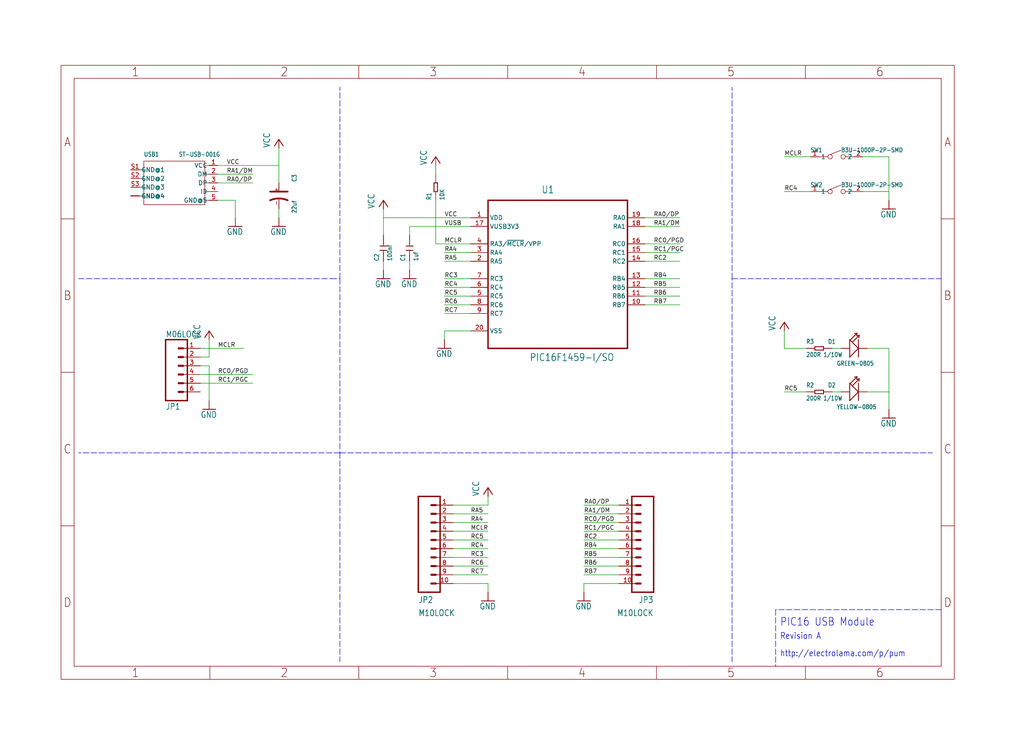
<source format=kicad_sch>
(kicad_sch (version 20211123) (generator eeschema)
  (paper "User" 298.45 217.881)
  (lib_symbols
    (symbol "schematicEagle-eagle-import:CERAMIC-100NF-50V-10%-X7R(0603)"
      (property "Reference" "C" (at -3.81 1.27 0))
      (property "Value" "CERAMIC-100NF-50V-10%-X7R(0603)" (at -3.81 -2.54 0))
      (symbol "CERAMIC-100NF-50V-10%-X7R(0603)_1_0"
        (polyline (pts (xy -1.27 0) (xy -0.635 0)) (stroke (width 0.1524)))
        (polyline (pts (xy -0.635 -1.016) (xy -0.635 0)) (stroke (width 0.254)))
        (polyline (pts (xy -0.635 0) (xy -0.635 1.016)) (stroke (width 0.254)))
        (polyline (pts (xy 0.635 0) (xy 0.635 -1.016)) (stroke (width 0.254)))
        (polyline (pts (xy 0.635 0) (xy 1.27 0)) (stroke (width 0.1524)))
        (polyline (pts (xy 0.635 1.016) (xy 0.635 0)) (stroke (width 0.254)))
        (pin passive line (at -3.81 0 0) (length 2.54) (name "1") (number "1"))
        (pin passive line (at 3.81 0 180) (length 2.54) (name "2") (number "2"))
      )
    )
    (symbol "schematicEagle-eagle-import:CERAMIC-1UF-25V-10%-X7R(0603)"
      (property "Reference" "C" (at -3.81 1.27 0))
      (property "Value" "CERAMIC-1UF-25V-10%-X7R(0603)" (at -3.81 -2.54 0))
      (symbol "CERAMIC-1UF-25V-10%-X7R(0603)_1_0"
        (polyline (pts (xy -1.27 0) (xy -0.635 0)) (stroke (width 0.1524)))
        (polyline (pts (xy -0.635 -1.016) (xy -0.635 0)) (stroke (width 0.254)))
        (polyline (pts (xy -0.635 0) (xy -0.635 1.016)) (stroke (width 0.254)))
        (polyline (pts (xy 0.635 0) (xy 0.635 -1.016)) (stroke (width 0.254)))
        (polyline (pts (xy 0.635 0) (xy 1.27 0)) (stroke (width 0.1524)))
        (polyline (pts (xy 0.635 1.016) (xy 0.635 0)) (stroke (width 0.254)))
        (pin passive line (at -3.81 0 0) (length 2.54) (name "1") (number "1"))
        (pin passive line (at 3.81 0 180) (length 2.54) (name "2") (number "2"))
      )
    )
    (symbol "schematicEagle-eagle-import:FRAME-A4L-PLAIN"
      (symbol "FRAME-A4L-PLAIN_0_0"
        (polyline (pts (xy 0 44.7675) (xy 3.81 44.7675)))
        (polyline (pts (xy 0 89.535) (xy 3.81 89.535)))
        (polyline (pts (xy 0 134.3025) (xy 3.81 134.3025)))
        (polyline (pts (xy 3.81 3.81) (xy 3.81 175.26)))
        (polyline (pts (xy 43.3917 0) (xy 43.3917 3.81)))
        (polyline (pts (xy 43.3917 175.26) (xy 43.3917 179.07)))
        (polyline (pts (xy 86.7833 0) (xy 86.7833 3.81)))
        (polyline (pts (xy 86.7833 175.26) (xy 86.7833 179.07)))
        (polyline (pts (xy 130.175 0) (xy 130.175 3.81)))
        (polyline (pts (xy 130.175 175.26) (xy 130.175 179.07)))
        (polyline (pts (xy 173.5667 0) (xy 173.5667 3.81)))
        (polyline (pts (xy 173.5667 175.26) (xy 173.5667 179.07)))
        (polyline (pts (xy 216.9583 0) (xy 216.9583 3.81)))
        (polyline (pts (xy 216.9583 175.26) (xy 216.9583 179.07)))
        (polyline (pts (xy 256.54 3.81) (xy 3.81 3.81)))
        (polyline (pts (xy 256.54 3.81) (xy 256.54 175.26)))
        (polyline (pts (xy 256.54 44.7675) (xy 260.35 44.7675)))
        (polyline (pts (xy 256.54 89.535) (xy 260.35 89.535)))
        (polyline (pts (xy 256.54 134.3025) (xy 260.35 134.3025)))
        (polyline (pts (xy 256.54 175.26) (xy 3.81 175.26)))
        (polyline (pts (xy 0 0) (xy 260.35 0) (xy 260.35 179.07) (xy 0 179.07) (xy 0 0)))
        (text "1" (at 21.6958 1.905 0) (effects (font (size 2.54 2.286))))
        (text "1" (at 21.6958 177.165 0) (effects (font (size 2.54 2.286))))
        (text "2" (at 65.0875 1.905 0) (effects (font (size 2.54 2.286))))
        (text "2" (at 65.0875 177.165 0) (effects (font (size 2.54 2.286))))
        (text "3" (at 108.4792 1.905 0) (effects (font (size 2.54 2.286))))
        (text "3" (at 108.4792 177.165 0) (effects (font (size 2.54 2.286))))
        (text "4" (at 151.8708 1.905 0) (effects (font (size 2.54 2.286))))
        (text "4" (at 151.8708 177.165 0) (effects (font (size 2.54 2.286))))
        (text "5" (at 195.2625 1.905 0) (effects (font (size 2.54 2.286))))
        (text "5" (at 195.2625 177.165 0) (effects (font (size 2.54 2.286))))
        (text "6" (at 238.6542 1.905 0) (effects (font (size 2.54 2.286))))
        (text "6" (at 238.6542 177.165 0) (effects (font (size 2.54 2.286))))
        (text "A" (at 1.905 156.6863 0) (effects (font (size 2.54 2.286))))
        (text "A" (at 258.445 156.6863 0) (effects (font (size 2.54 2.286))))
        (text "B" (at 1.905 111.9188 0) (effects (font (size 2.54 2.286))))
        (text "B" (at 258.445 111.9188 0) (effects (font (size 2.54 2.286))))
        (text "C" (at 1.905 67.1513 0) (effects (font (size 2.54 2.286))))
        (text "C" (at 258.445 67.1513 0) (effects (font (size 2.54 2.286))))
        (text "D" (at 1.905 22.3838 0) (effects (font (size 2.54 2.286))))
        (text "D" (at 258.445 22.3838 0) (effects (font (size 2.54 2.286))))
      )
      (symbol "FRAME-A4L-PLAIN_1_0"
        (polyline (pts (xy 256.54 3.81) (xy 256.54 8.89)) (stroke (width 0.1016)))
        (polyline (pts (xy 256.54 8.89) (xy 256.54 13.97)) (stroke (width 0.1016)))
        (polyline (pts (xy 256.54 13.97) (xy 256.54 19.05)) (stroke (width 0.1016)))
        (polyline (pts (xy 256.54 19.05) (xy 256.54 24.13)) (stroke (width 0.1016)))
      )
    )
    (symbol "schematicEagle-eagle-import:GND" (power)
      (property "Value" "GND" (at -2.54 -2.54 0))
      (symbol "GND_1_0"
        (polyline (pts (xy -1.905 0) (xy 1.905 0)) (stroke (width 0.254)))
        (pin power_in line (at 0 2.54 270) (length 2.54) (name "GND") (number "1"))
      )
    )
    (symbol "schematicEagle-eagle-import:M06LOCK"
      (property "Reference" "JP" (at -5.08 10.922 0))
      (property "Value" "M06LOCK" (at -5.08 -10.16 0))
      (symbol "M06LOCK_1_0"
        (polyline (pts (xy -5.08 10.16) (xy -5.08 -7.62)) (stroke (width 0.4064)))
        (polyline (pts (xy -5.08 10.16) (xy 1.27 10.16)) (stroke (width 0.4064)))
        (polyline (pts (xy -1.27 -5.08) (xy 0 -5.08)) (stroke (width 0.6096)))
        (polyline (pts (xy -1.27 -2.54) (xy 0 -2.54)) (stroke (width 0.6096)))
        (polyline (pts (xy -1.27 0) (xy 0 0)) (stroke (width 0.6096)))
        (polyline (pts (xy -1.27 2.54) (xy 0 2.54)) (stroke (width 0.6096)))
        (polyline (pts (xy -1.27 5.08) (xy 0 5.08)) (stroke (width 0.6096)))
        (polyline (pts (xy -1.27 7.62) (xy 0 7.62)) (stroke (width 0.6096)))
        (polyline (pts (xy 1.27 -7.62) (xy -5.08 -7.62)) (stroke (width 0.4064)))
        (polyline (pts (xy 1.27 -7.62) (xy 1.27 10.16)) (stroke (width 0.4064)))
        (pin passive line (at 5.08 -5.08 180) (length 5.08) (name "1") (number "1"))
        (pin passive line (at 5.08 -2.54 180) (length 5.08) (name "2") (number "2"))
        (pin passive line (at 5.08 0 180) (length 5.08) (name "3") (number "3"))
        (pin passive line (at 5.08 2.54 180) (length 5.08) (name "4") (number "4"))
        (pin passive line (at 5.08 5.08 180) (length 5.08) (name "5") (number "5"))
        (pin passive line (at 5.08 7.62 180) (length 5.08) (name "6") (number "6"))
      )
    )
    (symbol "schematicEagle-eagle-import:M10LOCK"
      (property "Reference" "JP" (at 0 8.89 0))
      (property "Value" "M10LOCK" (at 0 -22.86 0))
      (symbol "M10LOCK_1_0"
        (polyline (pts (xy 0 7.62) (xy 0 -20.32)) (stroke (width 0.4064)))
        (polyline (pts (xy 0 7.62) (xy 6.35 7.62)) (stroke (width 0.4064)))
        (polyline (pts (xy 3.81 -17.78) (xy 5.08 -17.78)) (stroke (width 0.6096)))
        (polyline (pts (xy 3.81 -15.24) (xy 5.08 -15.24)) (stroke (width 0.6096)))
        (polyline (pts (xy 3.81 -12.7) (xy 5.08 -12.7)) (stroke (width 0.6096)))
        (polyline (pts (xy 3.81 -10.16) (xy 5.08 -10.16)) (stroke (width 0.6096)))
        (polyline (pts (xy 3.81 -7.62) (xy 5.08 -7.62)) (stroke (width 0.6096)))
        (polyline (pts (xy 3.81 -5.08) (xy 5.08 -5.08)) (stroke (width 0.6096)))
        (polyline (pts (xy 3.81 -2.54) (xy 5.08 -2.54)) (stroke (width 0.6096)))
        (polyline (pts (xy 3.81 0) (xy 5.08 0)) (stroke (width 0.6096)))
        (polyline (pts (xy 3.81 2.54) (xy 5.08 2.54)) (stroke (width 0.6096)))
        (polyline (pts (xy 3.81 5.08) (xy 5.08 5.08)) (stroke (width 0.6096)))
        (polyline (pts (xy 6.35 -20.32) (xy 0 -20.32)) (stroke (width 0.4064)))
        (polyline (pts (xy 6.35 -20.32) (xy 6.35 7.62)) (stroke (width 0.4064)))
        (pin passive line (at 10.16 -17.78 180) (length 5.08) (name "1") (number "1"))
        (pin passive line (at 10.16 5.08 180) (length 5.08) (name "10") (number "10"))
        (pin passive line (at 10.16 -15.24 180) (length 5.08) (name "2") (number "2"))
        (pin passive line (at 10.16 -12.7 180) (length 5.08) (name "3") (number "3"))
        (pin passive line (at 10.16 -10.16 180) (length 5.08) (name "4") (number "4"))
        (pin passive line (at 10.16 -7.62 180) (length 5.08) (name "5") (number "5"))
        (pin passive line (at 10.16 -5.08 180) (length 5.08) (name "6") (number "6"))
        (pin passive line (at 10.16 -2.54 180) (length 5.08) (name "7") (number "7"))
        (pin passive line (at 10.16 0 180) (length 5.08) (name "8") (number "8"))
        (pin passive line (at 10.16 2.54 180) (length 5.08) (name "9") (number "9"))
      )
    )
    (symbol "schematicEagle-eagle-import:MICRO-USB-SMD-B-WITHOUT-POST-W{slash}P(ST-USB-001G)"
      (property "Reference" "USB" (at -8.89 7.62 0))
      (property "Value" "MICRO-USB-SMD-B-WITHOUT-POST-W{slash}P(ST-USB-001G)" (at 1.27 7.62 0))
      (symbol "MICRO-USB-SMD-B-WITHOUT-POST-W{slash}P(ST-USB-001G)_1_0"
        (polyline (pts (xy -10.16 -3.81) (xy -8.89 -3.81)) (stroke (width 0.1524)))
        (polyline (pts (xy -10.16 -1.27) (xy -8.89 -1.27)) (stroke (width 0.1524)))
        (polyline (pts (xy -10.16 1.27) (xy -8.89 1.27)) (stroke (width 0.1524)))
        (polyline (pts (xy -10.16 3.81) (xy -8.89 3.81)) (stroke (width 0.1524)))
        (polyline (pts (xy -8.89 -6.35) (xy 8.89 -6.35)) (stroke (width 0.1524)))
        (polyline (pts (xy -8.89 -3.81) (xy -8.89 -6.35)) (stroke (width 0.1524)))
        (polyline (pts (xy -8.89 -1.27) (xy -8.89 -3.81)) (stroke (width 0.1524)))
        (polyline (pts (xy -8.89 1.27) (xy -8.89 -1.27)) (stroke (width 0.1524)))
        (polyline (pts (xy -8.89 3.81) (xy -8.89 1.27)) (stroke (width 0.1524)))
        (polyline (pts (xy -8.89 6.35) (xy -8.89 3.81)) (stroke (width 0.1524)))
        (polyline (pts (xy 8.89 -6.35) (xy 8.89 -5.08)) (stroke (width 0.1524)))
        (polyline (pts (xy 8.89 -5.08) (xy 8.89 -2.54)) (stroke (width 0.1524)))
        (polyline (pts (xy 8.89 -5.08) (xy 10.16 -5.08)) (stroke (width 0.1524)))
        (polyline (pts (xy 8.89 -2.54) (xy 8.89 0)) (stroke (width 0.1524)))
        (polyline (pts (xy 8.89 -2.54) (xy 10.16 -2.54)) (stroke (width 0.1524)))
        (polyline (pts (xy 8.89 0) (xy 8.89 2.54)) (stroke (width 0.1524)))
        (polyline (pts (xy 8.89 0) (xy 10.16 0)) (stroke (width 0.1524)))
        (polyline (pts (xy 8.89 2.54) (xy 8.89 5.08)) (stroke (width 0.1524)))
        (polyline (pts (xy 8.89 2.54) (xy 10.16 2.54)) (stroke (width 0.1524)))
        (polyline (pts (xy 8.89 5.08) (xy 8.89 6.35)) (stroke (width 0.1524)))
        (polyline (pts (xy 8.89 5.08) (xy 11.43 5.08)) (stroke (width 0.1524)))
        (polyline (pts (xy 8.89 6.35) (xy -8.89 6.35)) (stroke (width 0.1524)))
        (pin bidirectional line (at 12.7 5.08 180) (length 2.54) (name "VCC") (number "1"))
        (pin bidirectional line (at 12.7 2.54 180) (length 2.54) (name "DM") (number "2"))
        (pin bidirectional line (at 12.7 0 180) (length 2.54) (name "DP") (number "3"))
        (pin bidirectional line (at 12.7 -2.54 180) (length 2.54) (name "ID") (number "4"))
        (pin bidirectional line (at 12.7 -5.08 180) (length 2.54) (name "GND@5") (number "5"))
        (pin bidirectional line (at -12.7 3.81 0) (length 2.54) (name "GND@1") (number "S1"))
        (pin bidirectional line (at -12.7 1.27 0) (length 2.54) (name "GND@2") (number "S2"))
        (pin bidirectional line (at -12.7 -1.27 0) (length 2.54) (name "GND@3") (number "S3"))
        (pin bidirectional line (at -12.7 -3.81 0) (length 2.54) (name "GND@4") (number "S4"))
        (pin bidirectional line (at -12.7 -3.81 0) (length 2.54) (name "GND@4") (number "S5"))
        (pin bidirectional line (at -12.7 -3.81 0) (length 2.54) (name "GND@4") (number "S6"))
      )
    )
    (symbol "schematicEagle-eagle-import:PIC16F1459-I{slash}SO"
      (property "Value" "PIC16F1459-I{slash}SO" (at -8.2296 -29.1592 0))
      (symbol "PIC16F1459-I{slash}SO_1_0"
        (polyline (pts (xy -20.32 -25.4) (xy 20.32 -25.4)) (stroke (width 0.4064)))
        (polyline (pts (xy -20.32 17.78) (xy -20.32 -25.4)) (stroke (width 0.4064)))
        (polyline (pts (xy 20.32 -25.4) (xy 20.32 17.78)) (stroke (width 0.4064)))
        (polyline (pts (xy 20.32 17.78) (xy -20.32 17.78)) (stroke (width 0.4064)))
        (pin power_in line (at -25.4 12.7 0) (length 5.08) (name "VDD") (number "1"))
        (pin bidirectional line (at 25.4 -12.7 180) (length 5.08) (name "RB7") (number "10"))
        (pin bidirectional line (at 25.4 -10.16 180) (length 5.08) (name "RB6") (number "11"))
        (pin bidirectional line (at 25.4 -7.62 180) (length 5.08) (name "RB5") (number "12"))
        (pin bidirectional line (at 25.4 -5.08 180) (length 5.08) (name "RB4") (number "13"))
        (pin bidirectional line (at 25.4 0 180) (length 5.08) (name "RC2") (number "14"))
        (pin bidirectional line (at 25.4 2.54 180) (length 5.08) (name "RC1") (number "15"))
        (pin bidirectional line (at 25.4 5.08 180) (length 5.08) (name "RC0") (number "16"))
        (pin power_in line (at -25.4 10.16 0) (length 5.08) (name "VUSB3V3") (number "17"))
        (pin bidirectional line (at 25.4 10.16 180) (length 5.08) (name "RA1") (number "18"))
        (pin bidirectional line (at 25.4 12.7 180) (length 5.08) (name "RA0") (number "19"))
        (pin bidirectional line (at -25.4 0 0) (length 5.08) (name "RA5") (number "2"))
        (pin power_in line (at -25.4 -20.32 0) (length 5.08) (name "VSS") (number "20"))
        (pin bidirectional line (at -25.4 2.54 0) (length 5.08) (name "RA4") (number "3"))
        (pin bidirectional line (at -25.4 5.08 0) (length 5.08) (name "RA3/~{MCLR}/VPP") (number "4"))
        (pin bidirectional line (at -25.4 -10.16 0) (length 5.08) (name "RC5") (number "5"))
        (pin bidirectional line (at -25.4 -7.62 0) (length 5.08) (name "RC4") (number "6"))
        (pin bidirectional line (at -25.4 -5.08 0) (length 5.08) (name "RC3") (number "7"))
        (pin bidirectional line (at -25.4 -12.7 0) (length 5.08) (name "RC6") (number "8"))
        (pin bidirectional line (at -25.4 -15.24 0) (length 5.08) (name "RC7") (number "9"))
      )
    )
    (symbol "schematicEagle-eagle-import:SMD-BUTTON(2P-3.0X2.5X1.2+0.4MM)-B3U-1000P-2P-SMD"
      (property "Reference" "SW" (at -7.62 1.27 0))
      (property "Value" "SMD-BUTTON(2P-3.0X2.5X1.2+0.4MM)-B3U-1000P-2P-SMD" (at 1.27 1.27 0))
      (symbol "SMD-BUTTON(2P-3.0X2.5X1.2+0.4MM)-B3U-1000P-2P-SMD_1_0"
        (circle (center -1.905 0) (radius 0.635) (stroke (width 0.1524)))
        (polyline (pts (xy -5.08 0) (xy -2.54 0)) (stroke (width 0.1524)))
        (polyline (pts (xy -1.905 0.635) (xy 1.27 1.905)) (stroke (width 0.1524)))
        (polyline (pts (xy 2.54 0) (xy 5.08 0)) (stroke (width 0.1524)))
        (circle (center 1.905 0) (radius 0.635) (stroke (width 0.1524)))
        (pin bidirectional line (at -7.62 0 0) (length 2.54) (name "1") (number "1"))
        (pin bidirectional line (at 7.62 0 180) (length 2.54) (name "2") (number "2"))
      )
    )
    (symbol "schematicEagle-eagle-import:SMD-LED-CLEAR-GREEN(0805)"
      (property "Reference" "D" (at -7.62 1.27 0))
      (property "Value" "SMD-LED-CLEAR-GREEN(0805)" (at -5.08 -5.08 0))
      (symbol "SMD-LED-CLEAR-GREEN(0805)_1_0"
        (polyline (pts (xy -1.27 -2.54) (xy -1.27 2.54)) (stroke (width 0.254)))
        (polyline (pts (xy -1.27 2.54) (xy -1.143 2.413)) (stroke (width 0.254)))
        (polyline (pts (xy -1.143 2.413) (xy -0.508 1.778)) (stroke (width 0.254)))
        (polyline (pts (xy -1.143 2.413) (xy 0.889 4.445)) (stroke (width 0.254)))
        (polyline (pts (xy -0.508 1.778) (xy 1.27 0)) (stroke (width 0.254)))
        (polyline (pts (xy -0.508 1.778) (xy 1.524 3.81)) (stroke (width 0.254)))
        (polyline (pts (xy 0.889 4.445) (xy 0.127 4.318)) (stroke (width 0.254)))
        (polyline (pts (xy 0.889 4.445) (xy 0.762 3.683)) (stroke (width 0.254)))
        (polyline (pts (xy 1.27 0) (xy -1.27 -2.54)) (stroke (width 0.254)))
        (polyline (pts (xy 1.27 2.54) (xy 1.27 -2.54)) (stroke (width 0.254)))
        (polyline (pts (xy 1.524 3.81) (xy 0.762 3.683)) (stroke (width 0.254)))
        (polyline (pts (xy 1.524 3.81) (xy 1.397 3.048)) (stroke (width 0.254)))
        (pin passive line (at -3.81 0 0) (length 2.54) (name "+") (number "+"))
        (pin passive line (at 3.81 0 180) (length 2.54) (name "-") (number "-"))
      )
    )
    (symbol "schematicEagle-eagle-import:SMD-LED-CLEAR-YELLOW(0805)"
      (property "Reference" "D" (at -7.62 1.27 0))
      (property "Value" "SMD-LED-CLEAR-YELLOW(0805)" (at -5.08 -5.08 0))
      (symbol "SMD-LED-CLEAR-YELLOW(0805)_1_0"
        (polyline (pts (xy -1.27 -2.54) (xy -1.27 2.54)) (stroke (width 0.254)))
        (polyline (pts (xy -1.27 2.54) (xy -1.143 2.413)) (stroke (width 0.254)))
        (polyline (pts (xy -1.143 2.413) (xy -0.508 1.778)) (stroke (width 0.254)))
        (polyline (pts (xy -1.143 2.413) (xy 0.889 4.445)) (stroke (width 0.254)))
        (polyline (pts (xy -0.508 1.778) (xy 1.27 0)) (stroke (width 0.254)))
        (polyline (pts (xy -0.508 1.778) (xy 1.524 3.81)) (stroke (width 0.254)))
        (polyline (pts (xy 0.889 4.445) (xy 0.127 4.318)) (stroke (width 0.254)))
        (polyline (pts (xy 0.889 4.445) (xy 0.762 3.683)) (stroke (width 0.254)))
        (polyline (pts (xy 1.27 0) (xy -1.27 -2.54)) (stroke (width 0.254)))
        (polyline (pts (xy 1.27 2.54) (xy 1.27 -2.54)) (stroke (width 0.254)))
        (polyline (pts (xy 1.524 3.81) (xy 0.762 3.683)) (stroke (width 0.254)))
        (polyline (pts (xy 1.524 3.81) (xy 1.397 3.048)) (stroke (width 0.254)))
        (pin passive line (at -3.81 0 0) (length 2.54) (name "+") (number "+"))
        (pin passive line (at 3.81 0 180) (length 2.54) (name "-") (number "-"))
      )
    )
    (symbol "schematicEagle-eagle-import:SMD-RES-10K-1%-1{slash}10W(0603)"
      (property "Reference" "R" (at -3.81 1.27 0))
      (property "Value" "SMD-RES-10K-1%-1{slash}10W(0603)" (at -3.81 -2.54 0))
      (symbol "SMD-RES-10K-1%-1{slash}10W(0603)_1_0"
        (polyline (pts (xy -1.27 -0.508) (xy -1.27 0.508)) (stroke (width 0.254)))
        (polyline (pts (xy -1.27 0.508) (xy 1.27 0.508)) (stroke (width 0.254)))
        (polyline (pts (xy 1.27 -0.508) (xy -1.27 -0.508)) (stroke (width 0.254)))
        (polyline (pts (xy 1.27 0.508) (xy 1.27 -0.508)) (stroke (width 0.254)))
        (pin passive line (at -3.81 0 0) (length 2.54) (name "1") (number "1"))
        (pin passive line (at 3.81 0 180) (length 2.54) (name "2") (number "2"))
      )
    )
    (symbol "schematicEagle-eagle-import:SMD-RES-200R-5%-1{slash}10W(0603)"
      (property "Reference" "R" (at -3.81 1.27 0))
      (property "Value" "SMD-RES-200R-5%-1{slash}10W(0603)" (at -3.81 -2.54 0))
      (symbol "SMD-RES-200R-5%-1{slash}10W(0603)_1_0"
        (polyline (pts (xy -1.27 -0.508) (xy -1.27 0.508)) (stroke (width 0.254)))
        (polyline (pts (xy -1.27 0.508) (xy 1.27 0.508)) (stroke (width 0.254)))
        (polyline (pts (xy 1.27 -0.508) (xy -1.27 -0.508)) (stroke (width 0.254)))
        (polyline (pts (xy 1.27 0.508) (xy 1.27 -0.508)) (stroke (width 0.254)))
        (pin passive line (at -3.81 0 0) (length 2.54) (name "1") (number "1"))
        (pin passive line (at 3.81 0 180) (length 2.54) (name "2") (number "2"))
      )
    )
    (symbol "schematicEagle-eagle-import:TANTALUM-SMD-22UF-16V(AVX-B)"
      (property "Reference" "C" (at -6.35 3.81 0))
      (property "Value" "TANTALUM-SMD-22UF-16V(AVX-B)" (at 1.27 3.81 0))
      (symbol "TANTALUM-SMD-22UF-16V(AVX-B)_1_0"
        (polyline (pts (xy -1.27 2.54) (xy -1.27 -2.54)) (stroke (width 0.508)))
        (polyline (pts (xy 1.27 0) (xy 0.635 0)) (stroke (width 0.1524)))
        (arc (start 1.27 2.54) (mid 0.731 0) (end 1.27 -2.54) (stroke (width 0.508)))
        (text "+" (at -2.54 0 0) (effects (font (size 1.27 1.0795)) (justify left bottom)))
        (text "-" (at 1.27 0 0) (effects (font (size 1.27 1.0795)) (justify left bottom)))
        (pin passive line (at -3.81 0 0) (length 2.54) (name "+") (number "+"))
        (pin passive line (at 3.81 0 180) (length 2.54) (name "-") (number "-"))
      )
    )
    (symbol "schematicEagle-eagle-import:VCC" (power)
      (property "Value" "VCC" (at -2.54 -2.54 90))
      (symbol "VCC_1_0"
        (polyline (pts (xy 0 0) (xy -1.27 -1.905)) (stroke (width 0.254)))
        (polyline (pts (xy 1.27 -1.905) (xy 0 0)) (stroke (width 0.254)))
        (pin power_in line (at 0 -2.54 90) (length 2.54) (name "VCC") (number "1"))
      )
    )
  )
  (wire (pts (xy 137.16 88.9) (xy 129.54 88.9)))
  (wire (pts (xy 137.16 86.36) (xy 129.54 86.36)))
  (wire (pts (xy 142.24 170.18) (xy 142.24 172.72)))
  (wire (pts (xy 58.42 101.6) (xy 71.12 101.6)))
  (wire (pts (xy 187.96 88.9) (xy 198.12 88.9)))
  (wire (pts (xy 132.08 149.86) (xy 142.24 149.86)))
  (wire (pts (xy 228.6 114.3) (xy 234.95 114.3)))
  (wire (pts (xy 259.08 45.72) (xy 259.08 55.88)))
  (wire (pts (xy 180.34 152.4) (xy 170.18 152.4)))
  (wire (pts (xy 60.96 104.14) (xy 60.96 99.06)))
  (wire (pts (xy 137.16 91.44) (xy 129.54 91.44)))
  (wire (pts (xy 119.38 76.2) (xy 119.38 78.74)))
  (wire (pts (xy 68.58 58.42) (xy 68.58 63.5)))
  (wire (pts (xy 137.16 76.2) (xy 129.54 76.2)))
  (wire (pts (xy 251.46 55.88) (xy 259.08 55.88)))
  (wire (pts (xy 58.42 109.22) (xy 73.66 109.22)))
  (polyline (pts (xy 226.06 177.8) (xy 226.06 194.31)))
  (wire (pts (xy 180.34 165.1) (xy 170.18 165.1)))
  (polyline (pts (xy 213.36 81.28) (xy 213.36 25.4)))
  (wire (pts (xy 63.5 58.42) (xy 68.58 58.42)))
  (wire (pts (xy 252.73 101.6) (xy 259.08 101.6)))
  (wire (pts (xy 137.16 81.28) (xy 129.54 81.28)))
  (wire (pts (xy 180.34 154.94) (xy 170.18 154.94)))
  (wire (pts (xy 252.73 114.3) (xy 259.08 114.3)))
  (wire (pts (xy 63.5 50.8) (xy 73.66 50.8)))
  (polyline (pts (xy 213.36 81.28) (xy 274.32 81.28)))
  (wire (pts (xy 180.34 170.18) (xy 170.18 170.18)))
  (polyline (pts (xy 99.06 81.28) (xy 99.06 132.08)))
  (polyline (pts (xy 213.36 132.08) (xy 213.36 81.28)))
  (polyline (pts (xy 99.06 132.08) (xy 22.86 132.08)))
  (wire (pts (xy 187.96 73.66) (xy 198.12 73.66)))
  (wire (pts (xy 129.54 96.52) (xy 129.54 99.06)))
  (wire (pts (xy 58.42 111.76) (xy 73.66 111.76)))
  (wire (pts (xy 127 58.42) (xy 127 71.12)))
  (wire (pts (xy 242.57 101.6) (xy 245.11 101.6)))
  (polyline (pts (xy 99.06 81.28) (xy 99.06 25.4)))
  (wire (pts (xy 180.34 149.86) (xy 170.18 149.86)))
  (wire (pts (xy 187.96 63.5) (xy 198.12 63.5)))
  (wire (pts (xy 228.6 96.52) (xy 228.6 101.6)))
  (wire (pts (xy 63.5 48.26) (xy 81.28 48.26)))
  (wire (pts (xy 236.22 55.88) (xy 228.6 55.88)))
  (wire (pts (xy 119.38 66.04) (xy 119.38 68.58)))
  (wire (pts (xy 81.28 48.26) (xy 81.28 43.18)))
  (wire (pts (xy 111.76 63.5) (xy 111.76 68.58)))
  (wire (pts (xy 137.16 83.82) (xy 129.54 83.82)))
  (wire (pts (xy 242.57 114.3) (xy 245.11 114.3)))
  (wire (pts (xy 81.28 60.96) (xy 81.28 63.5)))
  (wire (pts (xy 132.08 157.48) (xy 142.24 157.48)))
  (wire (pts (xy 137.16 73.66) (xy 129.54 73.66)))
  (wire (pts (xy 132.08 162.56) (xy 142.24 162.56)))
  (wire (pts (xy 137.16 96.52) (xy 129.54 96.52)))
  (polyline (pts (xy 213.36 132.08) (xy 213.36 193.04)))
  (wire (pts (xy 228.6 101.6) (xy 234.95 101.6)))
  (wire (pts (xy 259.08 114.3) (xy 259.08 119.38)))
  (wire (pts (xy 132.08 160.02) (xy 142.24 160.02)))
  (wire (pts (xy 137.16 63.5) (xy 111.76 63.5)))
  (wire (pts (xy 127 48.26) (xy 127 50.8)))
  (polyline (pts (xy 99.06 132.08) (xy 213.36 132.08)))
  (wire (pts (xy 236.22 45.72) (xy 228.6 45.72)))
  (wire (pts (xy 111.76 60.96) (xy 111.76 63.5)))
  (wire (pts (xy 132.08 154.94) (xy 142.24 154.94)))
  (wire (pts (xy 180.34 160.02) (xy 170.18 160.02)))
  (wire (pts (xy 127 71.12) (xy 137.16 71.12)))
  (wire (pts (xy 187.96 76.2) (xy 198.12 76.2)))
  (wire (pts (xy 111.76 76.2) (xy 111.76 78.74)))
  (wire (pts (xy 180.34 157.48) (xy 170.18 157.48)))
  (wire (pts (xy 132.08 167.64) (xy 142.24 167.64)))
  (wire (pts (xy 180.34 162.56) (xy 170.18 162.56)))
  (wire (pts (xy 142.24 147.32) (xy 142.24 144.78)))
  (wire (pts (xy 60.96 106.68) (xy 60.96 116.84)))
  (wire (pts (xy 132.08 170.18) (xy 142.24 170.18)))
  (polyline (pts (xy 22.86 81.28) (xy 96.52 81.28)))
  (wire (pts (xy 63.5 53.34) (xy 73.66 53.34)))
  (wire (pts (xy 132.08 147.32) (xy 142.24 147.32)))
  (wire (pts (xy 187.96 83.82) (xy 198.12 83.82)))
  (wire (pts (xy 58.42 104.14) (xy 60.96 104.14)))
  (wire (pts (xy 187.96 71.12) (xy 198.12 71.12)))
  (wire (pts (xy 251.46 45.72) (xy 259.08 45.72)))
  (wire (pts (xy 132.08 152.4) (xy 142.24 152.4)))
  (polyline (pts (xy 96.52 81.28) (xy 99.06 81.28)))
  (polyline (pts (xy 99.06 132.08) (xy 99.06 193.04)))
  (wire (pts (xy 180.34 167.64) (xy 170.18 167.64)))
  (wire (pts (xy 137.16 66.04) (xy 119.38 66.04)))
  (wire (pts (xy 187.96 86.36) (xy 198.12 86.36)))
  (wire (pts (xy 180.34 147.32) (xy 170.18 147.32)))
  (wire (pts (xy 259.08 114.3) (xy 259.08 101.6)))
  (polyline (pts (xy 274.32 177.8) (xy 226.06 177.8)))
  (wire (pts (xy 132.08 165.1) (xy 142.24 165.1)))
  (wire (pts (xy 170.18 170.18) (xy 170.18 172.72)))
  (wire (pts (xy 81.28 53.34) (xy 81.28 48.26)))
  (wire (pts (xy 58.42 106.68) (xy 60.96 106.68)))
  (wire (pts (xy 187.96 81.28) (xy 198.12 81.28)))
  (polyline (pts (xy 213.36 132.08) (xy 271.78 132.08)))
  (wire (pts (xy 187.96 66.04) (xy 198.12 66.04)))
  (wire (pts (xy 259.08 55.88) (xy 259.08 58.42)))
  (text "PIC16 USB Module" (at 227.33 182.88 180) (effects (font (size 2.286 1.9431)) (justify left bottom)))
  (text "Revision A" (at 227.33 186.69 180) (effects (font (size 1.778 1.5113)) (justify left bottom)))
  (text "http://electrolama.com/p/pum" (at 227.33 191.77 180) (effects (font (size 1.778 1.5113)) (justify left bottom)))
  (label "MCLR" (at 228.6 45.72 0) (effects (font (size 1.2446 1.2446))))
  (label "RB7" (at 190.5 88.9 0) (effects (font (size 1.2446 1.2446))))
  (label "RC5" (at 228.6 114.3 0) (effects (font (size 1.2446 1.2446))))
  (label "RC2" (at 190.5 76.2 0) (effects (font (size 1.2446 1.2446))))
  (label "RB4" (at 190.5 81.28 0) (effects (font (size 1.2446 1.2446))))
  (label "RC1/PGC" (at 170.18 154.94 0) (effects (font (size 1.2446 1.2446))))
  (label "RC1/PGC" (at 63.5 111.76 0) (effects (font (size 1.2446 1.2446))))
  (label "RC3" (at 137.16 162.56 0) (effects (font (size 1.2446 1.2446))))
  (label "RC7" (at 129.54 91.44 0) (effects (font (size 1.2446 1.2446))))
  (label "RA1/DM" (at 66.04 50.8 0) (effects (font (size 1.2446 1.2446))))
  (label "RA0/DP" (at 66.04 53.34 0) (effects (font (size 1.2446 1.2446))))
  (label "RB7" (at 170.18 167.64 0) (effects (font (size 1.2446 1.2446))))
  (label "RA0/DP" (at 190.5 63.5 0) (effects (font (size 1.2446 1.2446))))
  (label "RB6" (at 190.5 86.36 0) (effects (font (size 1.2446 1.2446))))
  (label "RA5" (at 137.16 149.86 0) (effects (font (size 1.2446 1.2446))))
  (label "VUSB" (at 129.54 66.04 0) (effects (font (size 1.2446 1.2446))))
  (label "RC0/PGD" (at 190.5 71.12 0) (effects (font (size 1.2446 1.2446))))
  (label "RC1/PGC" (at 190.5 73.66 0) (effects (font (size 1.2446 1.2446))))
  (label "MCLR" (at 63.5 101.6 0) (effects (font (size 1.2446 1.2446))))
  (label "RC6" (at 129.54 88.9 0) (effects (font (size 1.2446 1.2446))))
  (label "RA4" (at 129.54 73.66 0) (effects (font (size 1.2446 1.2446))))
  (label "RC6" (at 137.16 165.1 0) (effects (font (size 1.2446 1.2446))))
  (label "RC3" (at 129.54 81.28 0) (effects (font (size 1.2446 1.2446))))
  (label "RA1/DM" (at 190.5 66.04 0) (effects (font (size 1.2446 1.2446))))
  (label "RB4" (at 170.18 160.02 0) (effects (font (size 1.2446 1.2446))))
  (label "MCLR" (at 129.54 71.12 0) (effects (font (size 1.2446 1.2446))))
  (label "RB5" (at 170.18 162.56 0) (effects (font (size 1.2446 1.2446))))
  (label "RB5" (at 190.5 83.82 0) (effects (font (size 1.2446 1.2446))))
  (label "RA0/DP" (at 170.18 147.32 0) (effects (font (size 1.2446 1.2446))))
  (label "RA1/DM" (at 170.18 149.86 0) (effects (font (size 1.2446 1.2446))))
  (label "RA4" (at 137.16 152.4 0) (effects (font (size 1.2446 1.2446))))
  (label "VCC" (at 129.54 63.5 0) (effects (font (size 1.2446 1.2446))))
  (label "RC4" (at 228.6 55.88 0) (effects (font (size 1.2446 1.2446))))
  (label "MCLR" (at 137.16 154.94 0) (effects (font (size 1.2446 1.2446))))
  (label "RC5" (at 129.54 86.36 0) (effects (font (size 1.2446 1.2446))))
  (label "RC0/PGD" (at 63.5 109.22 0) (effects (font (size 1.2446 1.2446))))
  (label "RC7" (at 137.16 167.64 0) (effects (font (size 1.2446 1.2446))))
  (label "RB6" (at 170.18 165.1 0) (effects (font (size 1.2446 1.2446))))
  (label "RC4" (at 137.16 160.02 0) (effects (font (size 1.2446 1.2446))))
  (label "RC0/PGD" (at 170.18 152.4 0) (effects (font (size 1.2446 1.2446))))
  (label "RC2" (at 170.18 157.48 0) (effects (font (size 1.2446 1.2446))))
  (label "RC5" (at 137.16 157.48 0) (effects (font (size 1.2446 1.2446))))
  (label "RA5" (at 129.54 76.2 0) (effects (font (size 1.2446 1.2446))))
  (label "VCC" (at 66.04 48.26 0) (effects (font (size 1.2446 1.2446))))
  (label "RC4" (at 129.54 83.82 0) (effects (font (size 1.2446 1.2446))))
  (symbol (lib_id "schematicEagle-eagle-import:GND") (at 129.54 101.6 0) (unit 1)
    (property "Reference" "#GND5" (effects hide))
    (property "Value" "GND" (at 127 104.14 0) (effects (font (size 1.778 1.5113)) (justify left bottom)))
    (property "Footprint" "schematicEagle:" (effects hide))
  )
  (symbol (lib_id "schematicEagle-eagle-import:CERAMIC-1UF-25V-10%-X7R(0603)") (at 119.38 72.39 90) (unit 1)
    (property "Reference" "C1" (at 118.11 76.2 0) (effects (font (size 1.27 1.0795)) (justify left bottom)))
    (property "Value" "1uf" (at 121.92 76.2 0) (effects (font (size 1.27 1.0795)) (justify left bottom)))
    (property "Footprint" "schematicEagle:C0603" (effects hide))
  )
  (symbol (lib_id "schematicEagle-eagle-import:GND") (at 119.38 81.28 0) (unit 1)
    (property "Reference" "#GND4" (effects hide))
    (property "Value" "GND" (at 116.84 83.82 0) (effects (font (size 1.778 1.5113)) (justify left bottom)))
    (property "Footprint" "schematicEagle:" (effects hide))
  )
  (symbol (lib_id "schematicEagle-eagle-import:PIC16F1459-I{slash}SO") (at 162.56 76.2 0) (unit 1)
    (property "Reference" "U1" (at 157.7594 56.4388 0) (effects (font (size 2.0828 1.7703)) (justify left bottom)))
    (property "Value" "PIC16F1459-I{slash}SO" (at 154.3304 105.3592 0) (effects (font (size 2.0828 1.7703)) (justify left bottom)))
    (property "Footprint" "schematicEagle:SOIC127P1030X265-20N" (effects hide))
  )
  (symbol (lib_id "schematicEagle-eagle-import:M06LOCK") (at 53.34 106.68 0) (mirror x) (unit 1)
    (property "Reference" "JP1" (at 48.26 117.602 0) (effects (font (size 1.778 1.5113)) (justify left bottom)))
    (property "Value" "M06LOCK" (at 48.26 96.52 0) (effects (font (size 1.778 1.5113)) (justify left bottom)))
    (property "Footprint" "schematicEagle:1X06_LOCK" (effects hide))
  )
  (symbol (lib_id "schematicEagle-eagle-import:SMD-BUTTON(2P-3.0X2.5X1.2+0.4MM)-B3U-1000P-2P-SMD") (at 243.84 55.88 0) (unit 1)
    (property "Reference" "SW2" (at 236.22 54.61 0) (effects (font (size 1.27 1.0795)) (justify left bottom)))
    (property "Value" "B3U-1000P-2P-SMD" (at 245.11 54.61 0) (effects (font (size 1.27 1.0795)) (justify left bottom)))
    (property "Footprint" "schematicEagle:SW2-2.6-3.0X2.5X1.2+0.4MM" (effects hide))
  )
  (symbol (lib_id "schematicEagle-eagle-import:CERAMIC-100NF-50V-10%-X7R(0603)") (at 111.76 72.39 90) (unit 1)
    (property "Reference" "C2" (at 110.49 76.2 0) (effects (font (size 1.27 1.0795)) (justify left bottom)))
    (property "Value" "100nf" (at 114.3 76.2 0) (effects (font (size 1.27 1.0795)) (justify left bottom)))
    (property "Footprint" "schematicEagle:C0603" (effects hide))
  )
  (symbol (lib_id "schematicEagle-eagle-import:GND") (at 111.76 81.28 0) (unit 1)
    (property "Reference" "#GND3" (effects hide))
    (property "Value" "GND" (at 109.22 83.82 0) (effects (font (size 1.778 1.5113)) (justify left bottom)))
    (property "Footprint" "schematicEagle:" (effects hide))
  )
  (symbol (lib_id "schematicEagle-eagle-import:GND") (at 60.96 119.38 0) (unit 1)
    (property "Reference" "#GND11" (effects hide))
    (property "Value" "GND" (at 58.42 121.92 0) (effects (font (size 1.778 1.5113)) (justify left bottom)))
    (property "Footprint" "schematicEagle:" (effects hide))
  )
  (symbol (lib_id "schematicEagle-eagle-import:SMD-LED-CLEAR-YELLOW(0805)") (at 248.92 114.3 0) (unit 1)
    (property "Reference" "D2" (at 241.3 113.03 0) (effects (font (size 1.27 1.0795)) (justify left bottom)))
    (property "Value" "YELLOW-0805" (at 243.84 119.38 0) (effects (font (size 1.27 1.0795)) (justify left bottom)))
    (property "Footprint" "schematicEagle:LED-0805" (effects hide))
  )
  (symbol (lib_id "schematicEagle-eagle-import:FRAME-A4L-PLAIN") (at 17.78 198.12 0) (unit 1)
    (property "Reference" "#FRAME2" (effects hide))
    (property "Value" "FRAME-A4L-PLAIN" (effects hide))
    (property "Footprint" "schematicEagle:" (effects hide))
  )
  (symbol (lib_id "schematicEagle-eagle-import:VCC") (at 127 45.72 0) (unit 1)
    (property "Reference" "#P+2" (effects hide))
    (property "Value" "VCC" (at 124.46 48.26 90) (effects (font (size 1.778 1.5113)) (justify left bottom)))
    (property "Footprint" "schematicEagle:" (effects hide))
  )
  (symbol (lib_id "schematicEagle-eagle-import:VCC") (at 81.28 40.64 0) (unit 1)
    (property "Reference" "#P+1" (effects hide))
    (property "Value" "VCC" (at 78.74 43.18 90) (effects (font (size 1.778 1.5113)) (justify left bottom)))
    (property "Footprint" "schematicEagle:" (effects hide))
  )
  (symbol (lib_id "schematicEagle-eagle-import:VCC") (at 228.6 93.98 0) (unit 1)
    (property "Reference" "#P+7" (effects hide))
    (property "Value" "VCC" (at 226.06 96.52 90) (effects (font (size 1.778 1.5113)) (justify left bottom)))
    (property "Footprint" "schematicEagle:" (effects hide))
  )
  (symbol (lib_id "schematicEagle-eagle-import:M10LOCK") (at 121.92 165.1 0) (mirror x) (unit 1)
    (property "Reference" "JP2" (at 121.92 173.99 0) (effects (font (size 1.778 1.5113)) (justify left bottom)))
    (property "Value" "M10LOCK" (at 121.92 177.8 0) (effects (font (size 1.778 1.5113)) (justify left bottom)))
    (property "Footprint" "schematicEagle:1X10_LOCK" (effects hide))
  )
  (symbol (lib_id "schematicEagle-eagle-import:SMD-RES-200R-5%-1{slash}10W(0603)") (at 238.76 114.3 0) (unit 1)
    (property "Reference" "R2" (at 234.95 113.03 0) (effects (font (size 1.27 1.0795)) (justify left bottom)))
    (property "Value" "200R 1/10W" (at 234.95 116.84 0) (effects (font (size 1.27 1.0795)) (justify left bottom)))
    (property "Footprint" "schematicEagle:R0603" (effects hide))
  )
  (symbol (lib_id "schematicEagle-eagle-import:SMD-RES-200R-5%-1{slash}10W(0603)") (at 238.76 101.6 0) (unit 1)
    (property "Reference" "R3" (at 234.95 100.33 0) (effects (font (size 1.27 1.0795)) (justify left bottom)))
    (property "Value" "200R 1/10W" (at 234.95 104.14 0) (effects (font (size 1.27 1.0795)) (justify left bottom)))
    (property "Footprint" "schematicEagle:R0603" (effects hide))
  )
  (symbol (lib_id "schematicEagle-eagle-import:SMD-LED-CLEAR-GREEN(0805)") (at 248.92 101.6 0) (unit 1)
    (property "Reference" "D1" (at 241.3 100.33 0) (effects (font (size 1.27 1.0795)) (justify left bottom)))
    (property "Value" "GREEN-0805" (at 243.84 106.68 0) (effects (font (size 1.27 1.0795)) (justify left bottom)))
    (property "Footprint" "schematicEagle:LED-0805" (effects hide))
  )
  (symbol (lib_id "schematicEagle-eagle-import:MICRO-USB-SMD-B-WITHOUT-POST-W{slash}P(ST-USB-001G)") (at 50.8 53.34 0) (unit 1)
    (property "Reference" "USB1" (at 41.91 45.72 0) (effects (font (size 1.27 1.0795)) (justify left bottom)))
    (property "Value" "ST-USB-001G" (at 52.07 45.72 0) (effects (font (size 1.27 1.0795)) (justify left bottom)))
    (property "Footprint" "schematicEagle:MICRO-USB5+4P-SMD-0.65-B" (effects hide))
  )
  (symbol (lib_id "schematicEagle-eagle-import:SMD-BUTTON(2P-3.0X2.5X1.2+0.4MM)-B3U-1000P-2P-SMD") (at 243.84 45.72 0) (unit 1)
    (property "Reference" "SW1" (at 236.22 44.45 0) (effects (font (size 1.27 1.0795)) (justify left bottom)))
    (property "Value" "B3U-1000P-2P-SMD" (at 245.11 44.45 0) (effects (font (size 1.27 1.0795)) (justify left bottom)))
    (property "Footprint" "schematicEagle:SW2-2.6-3.0X2.5X1.2+0.4MM" (effects hide))
  )
  (symbol (lib_id "schematicEagle-eagle-import:GND") (at 142.24 175.26 0) (unit 1)
    (property "Reference" "#GND9" (effects hide))
    (property "Value" "GND" (at 139.7 177.8 0) (effects (font (size 1.778 1.5113)) (justify left bottom)))
    (property "Footprint" "schematicEagle:" (effects hide))
  )
  (symbol (lib_id "schematicEagle-eagle-import:GND") (at 81.28 66.04 0) (unit 1)
    (property "Reference" "#GND2" (effects hide))
    (property "Value" "GND" (at 78.74 68.58 0) (effects (font (size 1.778 1.5113)) (justify left bottom)))
    (property "Footprint" "schematicEagle:" (effects hide))
  )
  (symbol (lib_id "schematicEagle-eagle-import:TANTALUM-SMD-22UF-16V(AVX-B)") (at 81.28 57.15 270) (unit 1)
    (property "Reference" "C3" (at 85.09 50.8 0) (effects (font (size 1.27 1.0795)) (justify left bottom)))
    (property "Value" "22uf" (at 85.09 58.42 0) (effects (font (size 1.27 1.0795)) (justify left bottom)))
    (property "Footprint" "schematicEagle:AVX-B" (effects hide))
  )
  (symbol (lib_id "schematicEagle-eagle-import:GND") (at 259.08 60.96 0) (unit 1)
    (property "Reference" "#GND8" (effects hide))
    (property "Value" "GND" (at 256.54 63.5 0) (effects (font (size 1.778 1.5113)) (justify left bottom)))
    (property "Footprint" "schematicEagle:" (effects hide))
  )
  (symbol (lib_id "schematicEagle-eagle-import:VCC") (at 111.76 58.42 0) (unit 1)
    (property "Reference" "#P+4" (effects hide))
    (property "Value" "VCC" (at 109.22 60.96 90) (effects (font (size 1.778 1.5113)) (justify left bottom)))
    (property "Footprint" "schematicEagle:" (effects hide))
  )
  (symbol (lib_id "schematicEagle-eagle-import:GND") (at 259.08 121.92 0) (unit 1)
    (property "Reference" "#GND6" (effects hide))
    (property "Value" "GND" (at 256.54 124.46 0) (effects (font (size 1.778 1.5113)) (justify left bottom)))
    (property "Footprint" "schematicEagle:" (effects hide))
  )
  (symbol (lib_id "schematicEagle-eagle-import:GND") (at 68.58 66.04 0) (unit 1)
    (property "Reference" "#GND1" (effects hide))
    (property "Value" "GND" (at 66.04 68.58 0) (effects (font (size 1.778 1.5113)) (justify left bottom)))
    (property "Footprint" "schematicEagle:" (effects hide))
  )
  (symbol (lib_id "schematicEagle-eagle-import:VCC") (at 60.96 96.52 0) (unit 1)
    (property "Reference" "#P+3" (effects hide))
    (property "Value" "VCC" (at 58.42 99.06 90) (effects (font (size 1.778 1.5113)) (justify left bottom)))
    (property "Footprint" "schematicEagle:" (effects hide))
  )
  (symbol (lib_id "schematicEagle-eagle-import:GND") (at 170.18 175.26 0) (unit 1)
    (property "Reference" "#GND10" (effects hide))
    (property "Value" "GND" (at 167.64 177.8 0) (effects (font (size 1.778 1.5113)) (justify left bottom)))
    (property "Footprint" "schematicEagle:" (effects hide))
  )
  (symbol (lib_id "schematicEagle-eagle-import:VCC") (at 142.24 142.24 0) (unit 1)
    (property "Reference" "#P+5" (effects hide))
    (property "Value" "VCC" (at 139.7 144.78 90) (effects (font (size 1.778 1.5113)) (justify left bottom)))
    (property "Footprint" "schematicEagle:" (effects hide))
  )
  (symbol (lib_id "schematicEagle-eagle-import:M10LOCK") (at 190.5 165.1 180) (unit 1)
    (property "Reference" "JP3" (at 190.5 173.99 0) (effects (font (size 1.778 1.5113)) (justify left bottom)))
    (property "Value" "M10LOCK" (at 190.5 177.8 0) (effects (font (size 1.778 1.5113)) (justify left bottom)))
    (property "Footprint" "schematicEagle:1X10_LOCK" (effects hide))
  )
  (symbol (lib_id "schematicEagle-eagle-import:SMD-RES-10K-1%-1{slash}10W(0603)") (at 127 54.61 90) (unit 1)
    (property "Reference" "R1" (at 125.73 58.42 0) (effects (font (size 1.27 1.0795)) (justify left bottom)))
    (property "Value" "10K" (at 129.54 58.42 0) (effects (font (size 1.27 1.0795)) (justify left bottom)))
    (property "Footprint" "schematicEagle:R0603" (effects hide))
  )
)
</source>
